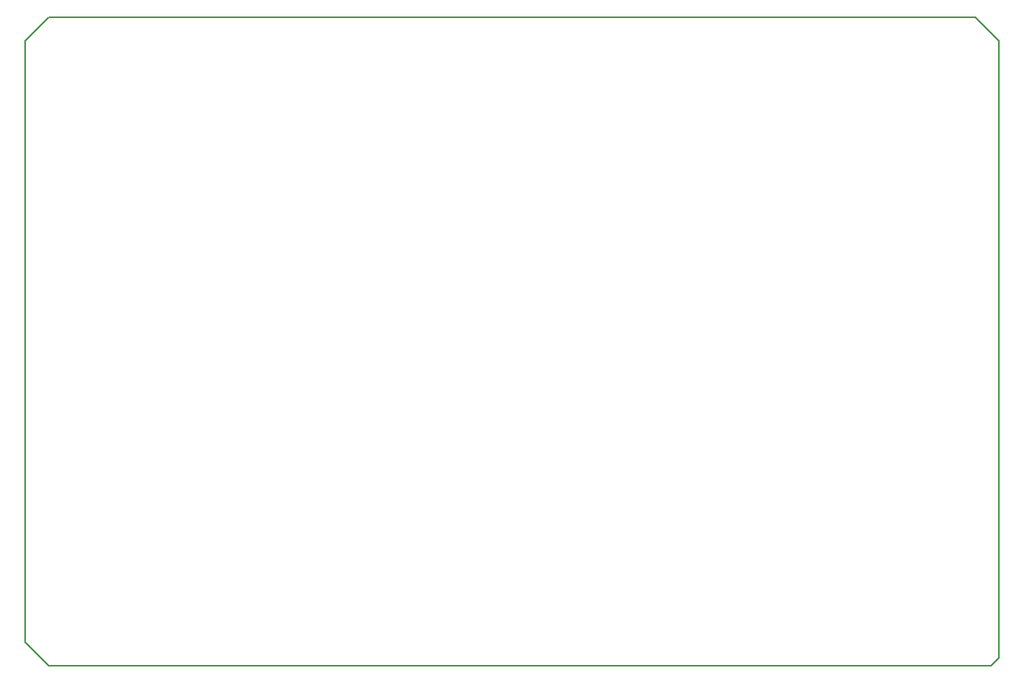
<source format=gbr>
G04 #@! TF.GenerationSoftware,KiCad,Pcbnew,(5.0.0-rc2-dev-444-g2974a2c10)*
G04 #@! TF.CreationDate,2018-05-07T15:04:31+02:00*
G04 #@! TF.ProjectId,TrackAmplifier,547261636B416D706C69666965722E6B,rev?*
G04 #@! TF.SameCoordinates,Original*
G04 #@! TF.FileFunction,Profile,NP*
%FSLAX46Y46*%
G04 Gerber Fmt 4.6, Leading zero omitted, Abs format (unit mm)*
G04 Created by KiCad (PCBNEW (5.0.0-rc2-dev-444-g2974a2c10)) date 05/07/18 15:04:31*
%MOMM*%
%LPD*%
G01*
G04 APERTURE LIST*
%ADD10C,0.150000*%
G04 APERTURE END LIST*
D10*
X155001074Y-119113526D02*
X154114600Y-120000000D01*
X152463600Y-49997600D02*
X155003600Y-52537600D01*
X50000000Y-52537600D02*
X52540000Y-49997600D01*
X154112070Y-120000000D02*
X52540000Y-120000000D01*
X50000000Y-117460000D02*
X52540000Y-120000000D01*
X155000000Y-52537518D02*
X155000000Y-119116080D01*
X50000000Y-117460000D02*
X50000000Y-52536999D01*
X52540000Y-50000000D02*
X152463600Y-50000000D01*
M02*

</source>
